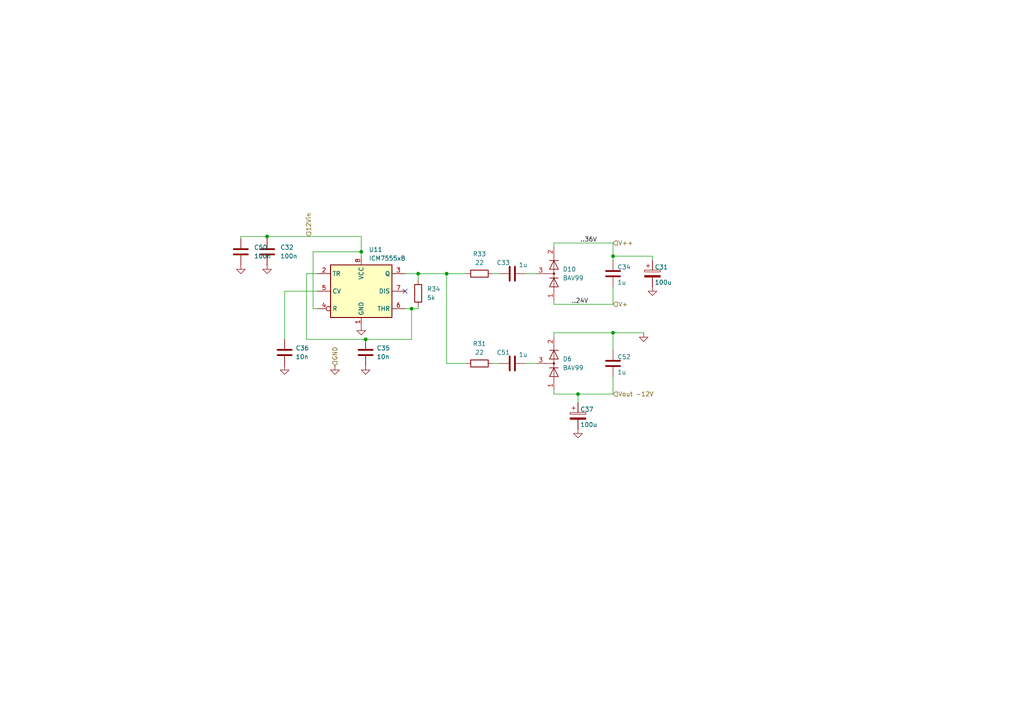
<source format=kicad_sch>
(kicad_sch (version 20231120) (generator "eeschema") (generator_version "8.0")
  (paper "A4")
  (lib_symbols
    (symbol "Device:C" (pin_numbers hide) (pin_names (offset 0.254))
      (property "Reference" "C" (at 0.635 2.54 0))
      (property "Value" "C" (at 0.635 -2.54 0))
      (symbol "C_0_1"
        (polyline (pts (xy -2.032 -0.762) (xy 2.032 -0.762)) (stroke (width 0.508)))
        (polyline (pts (xy -2.032 0.762) (xy 2.032 0.762)) (stroke (width 0.508)))
      )
      (symbol "C_1_1"
        (pin passive line (at 0 3.81 270) (length 2.794) (name "~") (number "1"))
        (pin passive line (at 0 -3.81 90) (length 2.794) (name "~") (number "2"))
      )
    )
    (symbol "Device:C_Polarized" (pin_numbers hide) (pin_names (offset 0.254))
      (property "Reference" "C" (at 0.635 2.54 0))
      (property "Value" "C_Polarized" (at 0.635 -2.54 0))
      (symbol "C_Polarized_0_1"
        (rectangle (start -2.286 0.508) (end 2.286 1.016))
        (polyline (pts (xy -1.778 2.286) (xy -0.762 2.286)))
        (polyline (pts (xy -1.27 2.794) (xy -1.27 1.778)))
        (rectangle (start 2.286 -0.508) (end -2.286 -1.016) (fill (type outline)))
      )
      (symbol "C_Polarized_1_1"
        (pin passive line (at 0 3.81 270) (length 2.794) (name "~") (number "1"))
        (pin passive line (at 0 -3.81 90) (length 2.794) (name "~") (number "2"))
      )
    )
    (symbol "Device:R" (pin_numbers hide) (pin_names (offset 0))
      (property "Reference" "R" (at 2.032 0 90))
      (property "Value" "R" (at 0 0 90))
      (symbol "R_0_1"
        (rectangle (start -1.016 -2.54) (end 1.016 2.54) (stroke (width 0.254)))
      )
      (symbol "R_1_1"
        (pin passive line (at 0 3.81 270) (length 1.27) (name "~") (number "1"))
        (pin passive line (at 0 -3.81 90) (length 1.27) (name "~") (number "2"))
      )
    )
    (symbol "Diode:BAV99" (pin_names hide)
      (property "Reference" "D" (at 0 5.08 0))
      (property "Value" "BAV99" (at 0 2.54 0))
      (symbol "BAV99_0_1"
        (polyline (pts (xy -5.08 0) (xy 5.08 0)))
      )
      (symbol "BAV99_1_1"
        (polyline (pts (xy 0 0) (xy 0 -2.54)))
        (polyline (pts (xy -1.27 -1.27) (xy -1.27 1.27) (xy -1.27 1.27)) (stroke (width 0.2032)))
        (polyline (pts (xy 3.81 1.27) (xy 3.81 -1.27) (xy 3.81 -1.27)) (stroke (width 0.2032)))
        (polyline (pts (xy -3.81 1.27) (xy -1.27 0) (xy -3.81 -1.27) (xy -3.81 1.27) (xy -3.81 1.27) (xy -3.81 1.27)) (stroke (width 0.2032)))
        (polyline (pts (xy 1.27 1.27) (xy 3.81 0) (xy 1.27 -1.27) (xy 1.27 1.27) (xy 1.27 1.27) (xy 1.27 1.27)) (stroke (width 0.2032)))
        (circle (center 0 0) (radius 0.254) (fill (type outline)))
        (pin passive line (at -7.62 0 0) (length 2.54) (name "K") (number "1"))
        (pin passive line (at 7.62 0 180) (length 2.54) (name "A") (number "2"))
        (pin passive line (at 0 -5.08 90) (length 2.54) (name "K") (number "3"))
      )
    )
    (symbol "Timer:ICM7555xB"
      (property "Reference" "U" (at -10.16 8.89 0))
      (property "Value" "ICM7555xB" (at 2.54 8.89 0))
      (symbol "ICM7555xB_0_0"
        (pin power_in line (at 0 -10.16 90) (length 2.54) (name "GND") (number "1"))
        (pin power_in line (at 0 10.16 270) (length 2.54) (name "VCC") (number "8"))
      )
      (symbol "ICM7555xB_0_1"
        (rectangle (start -8.89 -7.62) (end 8.89 7.62) (stroke (width 0.254)) (fill (type background)))
        (rectangle (start -8.89 -7.62) (end 8.89 7.62) (stroke (width 0.254)) (fill (type background)))
      )
      (symbol "ICM7555xB_1_1"
        (pin input line (at -12.7 5.08 0) (length 3.81) (name "TR") (number "2"))
        (pin output line (at 12.7 5.08 180) (length 3.81) (name "Q") (number "3"))
        (pin input inverted (at -12.7 -5.08 0) (length 3.81) (name "R") (number "4"))
        (pin input line (at -12.7 0 0) (length 3.81) (name "CV") (number "5"))
        (pin input line (at 12.7 -5.08 180) (length 3.81) (name "THR") (number "6"))
        (pin input line (at 12.7 0 180) (length 3.81) (name "DIS") (number "7"))
      )
    )
    (symbol "power:GND" (power) (pin_numbers hide) (pin_names (offset 0) hide)
      (property "Value" "GND" (at 0 -3.81 0))
      (symbol "GND_0_1"
        (polyline (pts (xy 0 0) (xy 0 -1.27) (xy 1.27 -1.27) (xy 0 -2.54) (xy -1.27 -1.27) (xy 0 -1.27)))
      )
      (symbol "GND_1_1"
        (pin power_in line (at 0 0 270) (length 0) (name "~") (number "1"))
      )
    )
  )
  (junction (at 121.285 79.375))
  (junction (at 119.38 89.535))
  (junction (at 129.54 79.375))
  (junction (at 167.64 114.3))
  (junction (at 177.8 96.52))
  (junction (at 104.775 73.025))
  (junction (at 177.8 74.295))
  (junction (at 77.47 68.58))
  (junction (at 106.045 98.425))
  (no_connect (at 117.475 84.455))
  (wire (pts (xy 119.38 89.535) (xy 117.475 89.535)))
  (wire (pts (xy 160.655 96.52) (xy 177.8 96.52)))
  (wire (pts (xy 117.475 79.375) (xy 121.285 79.375)))
  (wire (pts (xy 69.85 68.58) (xy 77.47 68.58)))
  (wire (pts (xy 177.8 74.295) (xy 177.8 75.565)))
  (wire (pts (xy 90.805 73.025) (xy 104.775 73.025)))
  (wire (pts (xy 142.875 105.41) (xy 144.78 105.41)))
  (wire (pts (xy 177.8 96.52) (xy 186.69 96.52)))
  (wire (pts (xy 104.775 73.025) (xy 104.775 74.295)))
  (wire (pts (xy 88.9 79.375) (xy 88.9 98.425)))
  (wire (pts (xy 77.47 68.58) (xy 104.775 68.58)))
  (wire (pts (xy 152.4 79.375) (xy 155.575 79.375)))
  (wire (pts (xy 129.54 105.41) (xy 129.54 79.375)))
  (wire (pts (xy 82.55 98.425) (xy 82.55 84.455)))
  (wire (pts (xy 121.285 79.375) (xy 121.285 81.28)))
  (wire (pts (xy 177.8 96.52) (xy 177.8 101.6)))
  (wire (pts (xy 119.38 98.425) (xy 119.38 89.535)))
  (wire (pts (xy 121.285 79.375) (xy 129.54 79.375)))
  (wire (pts (xy 135.255 105.41) (xy 129.54 105.41)))
  (wire (pts (xy 82.55 84.455) (xy 92.075 84.455)))
  (wire (pts (xy 69.85 69.215) (xy 69.85 68.58)))
  (wire (pts (xy 104.775 68.58) (xy 104.775 73.025)))
  (wire (pts (xy 92.075 79.375) (xy 88.9 79.375)))
  (wire (pts (xy 167.64 114.3) (xy 177.8 114.3)))
  (wire (pts (xy 177.8 114.3) (xy 177.8 109.22)))
  (wire (pts (xy 160.655 97.79) (xy 160.655 96.52)))
  (wire (pts (xy 160.655 113.03) (xy 160.655 114.3)))
  (wire (pts (xy 160.655 86.995) (xy 160.655 88.265)))
  (wire (pts (xy 160.655 70.485) (xy 177.8 70.485)))
  (wire (pts (xy 88.9 98.425) (xy 106.045 98.425)))
  (wire (pts (xy 177.8 88.265) (xy 177.8 83.185)))
  (wire (pts (xy 152.4 105.41) (xy 155.575 105.41)))
  (wire (pts (xy 90.805 89.535) (xy 90.805 73.025)))
  (wire (pts (xy 160.655 71.755) (xy 160.655 70.485)))
  (wire (pts (xy 177.8 70.485) (xy 177.8 74.295)))
  (wire (pts (xy 160.655 114.3) (xy 167.64 114.3)))
  (wire (pts (xy 129.54 79.375) (xy 135.255 79.375)))
  (wire (pts (xy 92.075 89.535) (xy 90.805 89.535)))
  (wire (pts (xy 106.045 98.425) (xy 119.38 98.425)))
  (wire (pts (xy 77.47 69.215) (xy 77.47 68.58)))
  (wire (pts (xy 189.23 74.295) (xy 177.8 74.295)))
  (wire (pts (xy 189.23 75.565) (xy 189.23 74.295)))
  (wire (pts (xy 142.875 79.375) (xy 144.78 79.375)))
  (wire (pts (xy 167.64 114.3) (xy 167.64 116.84)))
  (wire (pts (xy 160.655 88.265) (xy 177.8 88.265)))
  (wire (pts (xy 121.285 88.9) (xy 121.285 89.535)))
  (wire (pts (xy 119.38 89.535) (xy 121.285 89.535)))
  (label "..24V" (at 165.735 88.265 0))
  (label "..36V" (at 168.275 70.485 0))
  (hierarchical_label "Vout -12V" (shape input) (at 177.8 114.3 0))
  (hierarchical_label "GND" (shape input) (at 97.155 106.045 90))
  (hierarchical_label "V+" (shape input) (at 177.8 88.265 0))
  (hierarchical_label "12Vin" (shape input) (at 89.535 68.58 90))
  (hierarchical_label "V++" (shape input) (at 177.8 70.485 0))
  (symbol (lib_id "Diode:BAV99") (at 160.655 105.41 270) (mirror x) (unit 1)
    (property "Reference" "D6" (at 163.195 104.1399 90) (effects (justify left)))
    (property "Value" "BAV99" (at 163.195 106.6799 90) (effects (justify left)))
    (property "Footprint" "Package_TO_SOT_SMD:SOT-23-3" (effects (hide yes)))
    (property "Datasheet" "https://assets.nexperia.com/documents/data-sheet/BAV99_SER.pdf" (effects (hide yes)))
    (property "Description" "BAV99 High-speed switching diodes, SOT-23" (effects (hide yes)))
  )
  (symbol (lib_id "Device:C") (at 177.8 105.41 0) (unit 1)
    (property "Reference" "C52" (at 179.07 103.505 0) (effects (justify left)))
    (property "Value" "1u" (at 179.07 107.95 0) (effects (justify left)))
    (property "Footprint" "Capacitor_SMD:C_1206_3216Metric" (effects (hide yes)))
    (property "Description" "Unpolarized capacitor" (effects (hide yes)))
  )
  (symbol (lib_id "Device:C") (at 148.59 79.375 90) (unit 1)
    (property "Reference" "C33" (at 147.955 76.2 90) (effects (justify left)))
    (property "Value" "1u" (at 153.035 76.835 90) (effects (justify left)))
    (property "Footprint" "Capacitor_SMD:C_1206_3216Metric" (effects (hide yes)))
    (property "Description" "Unpolarized capacitor" (effects (hide yes)))
  )
  (symbol (lib_id "power:GND") (at 106.045 106.045 0) (unit 1)
    (property "Reference" "#PWR056" (effects (hide yes)))
    (property "Value" "GND" (effects (hide yes)))
    (property "Description" "Power symbol creates a global label with name \"GND\" , ground" (effects (hide yes)))
  )
  (symbol (lib_id "Device:C") (at 106.045 102.235 0) (unit 1)
    (property "Reference" "C35" (at 109.22 100.9649 0) (effects (justify left)))
    (property "Value" "10n" (at 109.22 103.5049 0) (effects (justify left)))
    (property "Footprint" "Capacitor_SMD:C_0603_1608Metric" (effects (hide yes)))
    (property "Description" "Unpolarized capacitor" (effects (hide yes)))
  )
  (symbol (lib_id "power:GND") (at 189.23 83.185 0) (unit 1)
    (property "Reference" "#PWR064" (effects (hide yes)))
    (property "Value" "GND" (effects (hide yes)))
    (property "Description" "Power symbol creates a global label with name \"GND\" , ground" (effects (hide yes)))
  )
  (symbol (lib_id "power:GND") (at 82.55 106.045 0) (unit 1)
    (property "Reference" "#PWR057" (effects (hide yes)))
    (property "Value" "GND" (effects (hide yes)))
    (property "Description" "Power symbol creates a global label with name \"GND\" , ground" (effects (hide yes)))
  )
  (symbol (lib_id "Device:R") (at 121.285 85.09 180) (unit 1)
    (property "Reference" "R34" (at 123.825 83.8199 0) (effects (justify right)))
    (property "Value" "5k" (at 123.825 86.3599 0) (effects (justify right)))
    (property "Footprint" "Resistor_SMD:R_0603_1608Metric" (effects (hide yes)))
    (property "Description" "Resistor" (effects (hide yes)))
  )
  (symbol (lib_id "power:GND") (at 77.47 76.835 0) (unit 1)
    (property "Reference" "#PWR058" (effects (hide yes)))
    (property "Value" "GND" (effects (hide yes)))
    (property "Description" "Power symbol creates a global label with name \"GND\" , ground" (effects (hide yes)))
  )
  (symbol (lib_id "Device:C") (at 148.59 105.41 90) (unit 1)
    (property "Reference" "C51" (at 147.955 102.235 90) (effects (justify left)))
    (property "Value" "1u" (at 153.035 102.87 90) (effects (justify left)))
    (property "Footprint" "Capacitor_SMD:C_1206_3216Metric" (effects (hide yes)))
    (property "Description" "Unpolarized capacitor" (effects (hide yes)))
  )
  (symbol (lib_id "Device:C") (at 82.55 102.235 0) (unit 1)
    (property "Reference" "C36" (at 85.725 100.9649 0) (effects (justify left)))
    (property "Value" "10n" (at 85.725 103.5049 0) (effects (justify left)))
    (property "Footprint" "Capacitor_SMD:C_0603_1608Metric" (effects (hide yes)))
    (property "Description" "Unpolarized capacitor" (effects (hide yes)))
  )
  (symbol (lib_id "Device:C_Polarized") (at 167.64 120.65 0) (unit 1)
    (property "Reference" "C37" (at 168.275 118.745 0) (effects (justify left)))
    (property "Value" "100u" (at 168.275 123.19 0) (effects (justify left)))
    (property "Footprint" "Capacitor_SMD:CP_Elec_8x10.5" (effects (hide yes)))
    (property "Description" "Polarized capacitor" (effects (hide yes)))
  )
  (symbol (lib_id "power:GND") (at 186.69 96.52 0) (unit 1)
    (property "Reference" "#PWR0118" (effects (hide yes)))
    (property "Value" "GND" (effects (hide yes)))
    (property "Description" "Power symbol creates a global label with name \"GND\" , ground" (effects (hide yes)))
  )
  (symbol (lib_id "power:GND") (at 97.155 106.045 0) (unit 1)
    (property "Reference" "#PWR059" (effects (hide yes)))
    (property "Value" "GND" (effects (hide yes)))
    (property "Description" "Power symbol creates a global label with name \"GND\" , ground" (effects (hide yes)))
  )
  (symbol (lib_id "Device:R") (at 139.065 105.41 90) (unit 1)
    (property "Reference" "R31" (at 139.065 99.695 90))
    (property "Value" "22" (at 139.065 102.235 90))
    (property "Footprint" "Resistor_SMD:R_0603_1608Metric" (effects (hide yes)))
    (property "Description" "Resistor" (effects (hide yes)))
  )
  (symbol (lib_id "Diode:BAV99") (at 160.655 79.375 270) (mirror x) (unit 1)
    (property "Reference" "D10" (at 163.195 78.1049 90) (effects (justify left)))
    (property "Value" "BAV99" (at 163.195 80.6449 90) (effects (justify left)))
    (property "Footprint" "Package_TO_SOT_SMD:SOT-23-3" (effects (hide yes)))
    (property "Datasheet" "https://assets.nexperia.com/documents/data-sheet/BAV99_SER.pdf" (effects (hide yes)))
    (property "Description" "BAV99 High-speed switching diodes, SOT-23" (effects (hide yes)))
  )
  (symbol (lib_id "Device:C") (at 69.85 73.025 0) (unit 1)
    (property "Reference" "C50" (at 73.66 71.7549 0) (effects (justify left)))
    (property "Value" "100n" (at 73.66 74.2949 0) (effects (justify left)))
    (property "Footprint" "Capacitor_SMD:C_0603_1608Metric" (effects (hide yes)))
    (property "Description" "Unpolarized capacitor" (effects (hide yes)))
  )
  (symbol (lib_id "Timer:ICM7555xB") (at 104.775 84.455 0) (unit 1)
    (property "Reference" "U11" (at 106.9691 72.39 0) (effects (justify left)))
    (property "Value" "ICM7555xB" (at 106.9691 74.93 0) (effects (justify left)))
    (property "Footprint" "Package_SO:SOIC-8_3.9x4.9mm_P1.27mm" (effects (hide yes)))
    (property "Datasheet" "http://www.intersil.com/content/dam/Intersil/documents/icm7/icm7555-56.pdf" (effects (hide yes)))
    (property "Description" "CMOS General Purpose Timer, 555 compatible, SOIC-8" (effects (hide yes)))
  )
  (symbol (lib_id "power:GND") (at 69.85 76.835 0) (unit 1)
    (property "Reference" "#PWR062" (effects (hide yes)))
    (property "Value" "GND" (effects (hide yes)))
    (property "Description" "Power symbol creates a global label with name \"GND\" , ground" (effects (hide yes)))
  )
  (symbol (lib_id "Device:C") (at 177.8 79.375 0) (unit 1)
    (property "Reference" "C34" (at 179.07 77.47 0) (effects (justify left)))
    (property "Value" "1u" (at 179.07 81.915 0) (effects (justify left)))
    (property "Footprint" "Capacitor_SMD:C_1206_3216Metric" (effects (hide yes)))
    (property "Description" "Unpolarized capacitor" (effects (hide yes)))
  )
  (symbol (lib_id "Device:R") (at 139.065 79.375 90) (unit 1)
    (property "Reference" "R33" (at 139.065 73.66 90))
    (property "Value" "22" (at 139.065 76.2 90))
    (property "Footprint" "Resistor_SMD:R_0603_1608Metric" (effects (hide yes)))
    (property "Description" "Resistor" (effects (hide yes)))
  )
  (symbol (lib_id "power:GND") (at 167.64 124.46 0) (unit 1)
    (property "Reference" "#PWR0117" (effects (hide yes)))
    (property "Value" "GND" (effects (hide yes)))
    (property "Description" "Power symbol creates a global label with name \"GND\" , ground" (effects (hide yes)))
  )
  (symbol (lib_id "Device:C") (at 77.47 73.025 0) (unit 1)
    (property "Reference" "C32" (at 81.28 71.7549 0) (effects (justify left)))
    (property "Value" "100n" (at 81.28 74.2949 0) (effects (justify left)))
    (property "Footprint" "Capacitor_SMD:C_0603_1608Metric" (effects (hide yes)))
    (property "Description" "Unpolarized capacitor" (effects (hide yes)))
  )
  (symbol (lib_id "power:GND") (at 104.775 94.615 0) (unit 1)
    (property "Reference" "#PWR055" (effects (hide yes)))
    (property "Value" "GND" (effects (hide yes)))
    (property "Description" "Power symbol creates a global label with name \"GND\" , ground" (effects (hide yes)))
  )
  (symbol (lib_id "Device:C_Polarized") (at 189.23 79.375 0) (unit 1)
    (property "Reference" "C31" (at 189.865 77.47 0) (effects (justify left)))
    (property "Value" "100u" (at 189.865 81.915 0) (effects (justify left)))
    (property "Footprint" "Capacitor_SMD:CP_Elec_8x10.5" (effects (hide yes)))
    (property "Description" "Polarized capacitor" (effects (hide yes)))
  )
)
</source>
